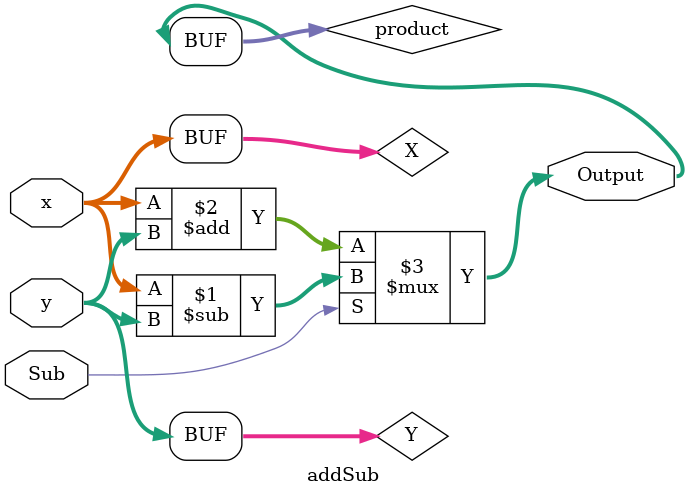
<source format=v>
module addSub ( Sub, x, y, Output);

parameter n = 8;
input Sub;
input [n-1:0]x, y;
output [n-1:0]Output;

wire [n-1:0]X, Y, product;

assign product = Sub? (X-Y):(X+Y);
assign Output = product;
assign X = x;
assign Y = y;

endmodule

//module addSub(
//	input 	[7:0] A, B,
//	input	Sub,
//	output	reg	[7:0] RESULT
//);
//
//	always @ (Sub, A, B)
//	begin
//		if(Sub)	RESULT = A - B;
//		else	RESULT = A + B;
//	end
//	
//endmodule

</source>
